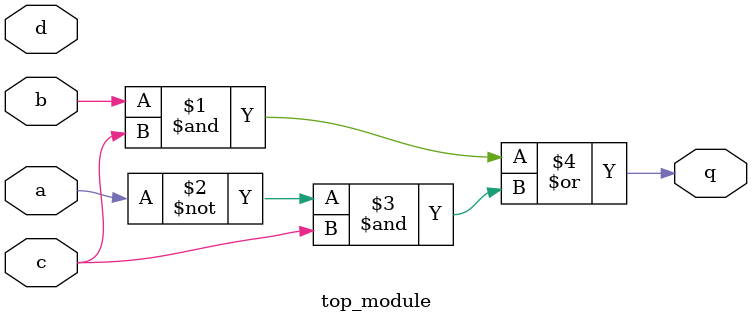
<source format=sv>
module top_module (
	input a, 
	input b, 
	input c, 
	input d,
	output q
);

    assign q = (b & c) | ((~a) & c);

endmodule

</source>
